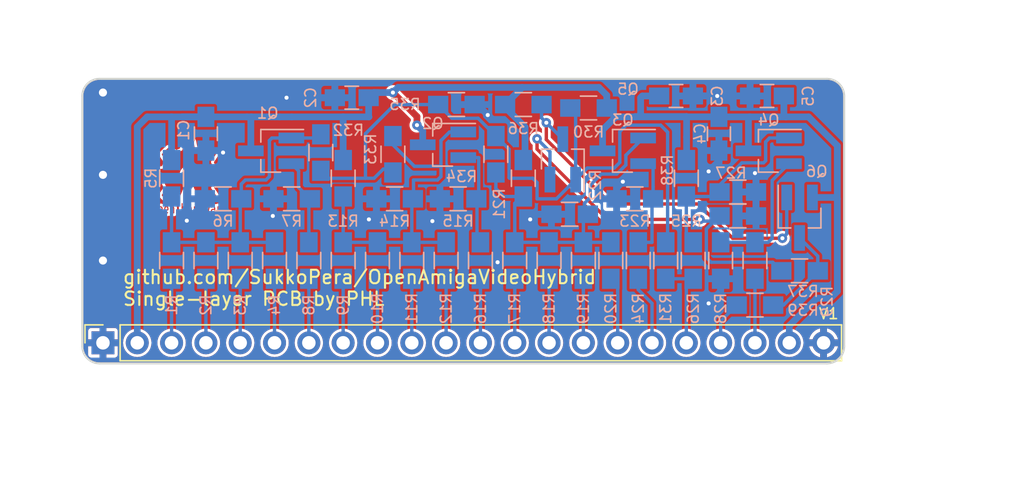
<source format=kicad_pcb>
(kicad_pcb (version 20221018) (generator pcbnew)
  (title_block (title "OpenAmigaVideoHybrid") (date "2018-07-20") (rev "1") (company "SukkoPera"))
  (layers (0 "F.Cu" mixed) (31 "B.Cu" mixed) (36 "B.SilkS" user "B.Silkscreen") (37 "F.SilkS" user "F.Silkscreen") (38 "B.Mask" user) (39 "F.Mask" user) (44 "Edge.Cuts" user))
  (net 0 "")
  (net 1 "VCC")
  (net 2 "GND")
  (net 3 "/dr3")
  (net 4 "/dr2")
  (net 5 "/dr1")
  (net 6 "/dr0")
  (net 7 "/red")
  (net 8 "/dg3")
  (net 9 "/dg2")
  (net 10 "/dg1")
  (net 11 "/dg0")
  (net 12 "/green")
  (net 13 "/db3")
  (net 14 "/db2")
  (net 15 "/db1")
  (net 16 "/db0")
  (net 17 "/blue")
  (net 18 "/csync")
  (net 19 "/comp")
  (net 20 "/sync")
  (net 21 "Net-(Q1-Pad1)")
  (net 22 "Net-(Q1-Pad2)")
  (net 23 "Net-(Q2-Pad1)")
  (net 24 "Net-(Q2-Pad2)")
  (net 25 "Net-(Q3-Pad1)")
  (net 26 "Net-(Q3-Pad2)")
  (net 27 "Net-(Q4-Pad1)")
  (net 28 "Net-(Q4-Pad2)")
  (net 29 "Net-(Q5-Pad1)")
  (net 30 "Net-(Q5-Pad2)")
  (net 31 "Net-(Q5-Pad3)")
  (net 32 "Net-(Q6-Pad3)")
  (footprint "w_logo:Logo_copper_OSHW_6x6mm" (layer "F.Cu") (at 125.73 111.76)
    (fp_text reference "J99" hide)
    (fp_text value "OSHW_LOGO" hide)
  )
  (footprint "Capacitors_SMD:C_0805_HandSoldering" (layer "B.Cu") (at 127 108.966 -90)
    (fp_text reference "C1")
    (fp_text value "100n")
  )
  (footprint "Capacitors_SMD:C_0805_HandSoldering" (layer "B.Cu") (at 137.795 106.299 180)
    (fp_text reference "C2")
    (fp_text value "100n")
  )
  (footprint "Capacitors_SMD:C_0805_HandSoldering" (layer "B.Cu") (at 161.798 106.172)
    (fp_text reference "C3")
    (fp_text value "100n")
  )
  (footprint "Capacitors_SMD:C_0805_HandSoldering" (layer "B.Cu") (at 164.973 108.966 -90)
    (fp_text reference "C4")
    (fp_text value "100n")
  )
  (footprint "Capacitors_SMD:C_0805_HandSoldering" (layer "B.Cu") (at 168.529 106.172 180)
    (fp_text reference "C5")
    (fp_text value "100n")
  )
  (footprint "Resistors_SMD:R_0805_HandSoldering" (layer "B.Cu") (at 124.46 118.364 -90)
    (fp_text reference "R1")
    (fp_text value "1k")
  )
  (footprint "Resistors_SMD:R_0805_HandSoldering" (layer "B.Cu") (at 127 118.364 -90)
    (fp_text reference "R2")
    (fp_text value "2k")
  )
  (footprint "Resistors_SMD:R_0805_HandSoldering" (layer "B.Cu") (at 129.54 118.364 -90)
    (fp_text reference "R3")
    (fp_text value "4k")
  )
  (footprint "Resistors_SMD:R_0805_HandSoldering" (layer "B.Cu") (at 132.08 118.364 -90)
    (fp_text reference "R4")
    (fp_text value "8k")
  )
  (footprint "Resistors_SMD:R_0805_HandSoldering" (layer "B.Cu") (at 124.46 112.268 -90)
    (fp_text reference "R5")
    (fp_text value "470")
  )
  (footprint "Resistors_SMD:R_0805_HandSoldering" (layer "B.Cu") (at 128.27 113.792 180)
    (fp_text reference "R6")
    (fp_text value "390")
  )
  (footprint "Resistors_SMD:R_0805_HandSoldering" (layer "B.Cu") (at 133.35 113.792 180)
    (fp_text reference "R7")
    (fp_text value "75")
  )
  (footprint "Resistors_SMD:R_0805_HandSoldering" (layer "B.Cu") (at 134.62 118.364 90)
    (fp_text reference "R8")
    (fp_text value "75")
  )
  (footprint "Resistors_SMD:R_0805_HandSoldering" (layer "B.Cu") (at 137.16 118.364 -90)
    (fp_text reference "R9")
    (fp_text value "1k")
  )
  (footprint "Resistors_SMD:R_0805_HandSoldering" (layer "B.Cu") (at 139.7 118.364 -90)
    (fp_text reference "R10")
    (fp_text value "2k")
  )
  (footprint "Resistors_SMD:R_0805_HandSoldering" (layer "B.Cu") (at 142.24 118.364 -90)
    (fp_text reference "R11")
    (fp_text value "4k")
  )
  (footprint "Resistors_SMD:R_0805_HandSoldering" (layer "B.Cu") (at 144.78 118.364 -90)
    (fp_text reference "R12")
    (fp_text value "8k")
  )
  (footprint "Resistors_SMD:R_0805_HandSoldering" (layer "B.Cu") (at 137.16 112.268 -90)
    (fp_text reference "R13")
    (fp_text value "470")
  )
  (footprint "Resistors_SMD:R_0805_HandSoldering" (layer "B.Cu") (at 140.97 113.792 180)
    (fp_text reference "R14")
    (fp_text value "390")
  )
  (footprint "Resistors_SMD:R_0805_HandSoldering" (layer "B.Cu") (at 145.669 113.792 180)
    (fp_text reference "R15")
    (fp_text value "75")
  )
  (footprint "Resistors_SMD:R_0805_HandSoldering" (layer "B.Cu") (at 147.32 118.364 90)
    (fp_text reference "R16")
    (fp_text value "75")
  )
  (footprint "Resistors_SMD:R_0805_HandSoldering" (layer "B.Cu") (at 149.86 118.364 -90)
    (fp_text reference "R17")
    (fp_text value "1k")
  )
  (footprint "Resistors_SMD:R_0805_HandSoldering" (layer "B.Cu") (at 152.4 118.364 -90)
    (fp_text reference "R18")
    (fp_text value "2k")
  )
  (footprint "Resistors_SMD:R_0805_HandSoldering" (layer "B.Cu") (at 154.94 118.364 -90)
    (fp_text reference "R19")
    (fp_text value "4k")
  )
  (footprint "Resistors_SMD:R_0805_HandSoldering" (layer "B.Cu") (at 156.972 118.364 -90)
    (fp_text reference "R20")
    (fp_text value "8k")
  )
  (footprint "Resistors_SMD:R_0805_HandSoldering" (layer "B.Cu") (at 150.495 112.268 -90)
    (fp_text reference "R21")
    (fp_text value "470")
  )
  (footprint "Resistors_SMD:R_0805_HandSoldering" (layer "B.Cu") (at 153.924 114.935 180)
    (fp_text reference "R22")
    (fp_text value "390")
  )
  (footprint "Resistors_SMD:R_0805_HandSoldering" (layer "B.Cu") (at 158.75 113.792 180)
    (fp_text reference "R23")
    (fp_text value "75")
  )
  (footprint "Resistors_SMD:R_0805_HandSoldering" (layer "B.Cu") (at 159.004 118.364 90)
    (fp_text reference "R24")
    (fp_text value "75")
  )
  (footprint "Resistors_SMD:R_0805_HandSoldering" (layer "B.Cu") (at 162.56 112.268 -90)
    (fp_text reference "R25")
    (fp_text value "1k")
  )
  (footprint "Resistors_SMD:R_0805_HandSoldering" (layer "B.Cu") (at 163.068 118.364 -90)
    (fp_text reference "R26")
    (fp_text value "220")
  )
  (footprint "Resistors_SMD:R_0805_HandSoldering" (layer "B.Cu") (at 166.37 113.284)
    (fp_text reference "R27")
    (fp_text value "27k")
  )
  (footprint "Resistors_SMD:R_0805_HandSoldering" (layer "B.Cu") (at 165.1 118.364 -90)
    (fp_text reference "R28")
    (fp_text value "150")
  )
  (footprint "Resistors_SMD:R_0805_HandSoldering" (layer "B.Cu") (at 167.64 118.364 90)
    (fp_text reference "R29")
    (fp_text value "75")
  )
  (footprint "Resistors_SMD:R_0805_HandSoldering" (layer "B.Cu") (at 155.321 107.061 180)
    (fp_text reference "R30")
    (fp_text value "90.9k")
  )
  (footprint "Resistors_SMD:R_0805_HandSoldering" (layer "B.Cu") (at 161.036 118.364 -90)
    (fp_text reference "R31")
    (fp_text value "37.4k")
  )
  (footprint "Resistors_SMD:R_0805_HandSoldering" (layer "B.Cu") (at 135.509 110.363 90)
    (fp_text reference "R32")
    (fp_text value "13.3k")
  )
  (footprint "Resistors_SMD:R_0805_HandSoldering" (layer "B.Cu") (at 140.843 110.49 90)
    (fp_text reference "R33")
    (fp_text value "6.04k")
  )
  (footprint "Resistors_SMD:R_0805_HandSoldering" (layer "B.Cu") (at 148.463 110.49 -90)
    (fp_text reference "R34")
    (fp_text value "37.4k")
  )
  (footprint "Resistors_SMD:R_0805_HandSoldering" (layer "B.Cu") (at 145.542 106.807)
    (fp_text reference "R35")
    (fp_text value "19.6k")
  )
  (footprint "Resistors_SMD:R_0805_HandSoldering" (layer "B.Cu") (at 150.495 106.807)
    (fp_text reference "R36")
    (fp_text value "220")
  )
  (footprint "Resistors_SMD:R_0805_HandSoldering" (layer "B.Cu") (at 170.942 119.126 180)
    (fp_text reference "R37")
    (fp_text value "36")
  )
  (footprint "Resistors_SMD:R_0805_HandSoldering" (layer "B.Cu") (at 166.37 115.062)
    (fp_text reference "R38")
    (fp_text value "36")
  )
  (footprint "Resistors_SMD:R_0805_HandSoldering" (layer "B.Cu") (at 167.64 121.666)
    (fp_text reference "R39")
    (fp_text value "75")
  )
  (footprint "OpenAmigaVideoHybrid:2N3904_2N3906_SOT-23" (layer "B.Cu") (at 131.826 110.236 180)
    (fp_text reference "Q1")
    (fp_text value "2N3904")
  )
  (footprint "OpenAmigaVideoHybrid:2N3904_2N3906_SOT-23" (layer "B.Cu") (at 144.55 109.789 180)
    (fp_text reference "Q2")
    (fp_text value "2N3904")
  )
  (footprint "OpenAmigaVideoHybrid:2N3904_2N3906_SOT-23" (layer "B.Cu") (at 157.861 110.236 180)
    (fp_text reference "Q3")
    (fp_text value "2N3904")
  )
  (footprint "OpenAmigaVideoHybrid:2N3904_2N3906_SOT-23" (layer "B.Cu") (at 168.656 110.236 180)
    (fp_text reference "Q4")
    (fp_text value "2N3904")
  )
  (footprint "OpenAmigaVideoHybrid:2N3904_2N3906_SOT-23" (layer "B.Cu") (at 153.416 110.871 90)
    (fp_text reference "Q5")
    (fp_text value "2N3904")
  )
  (footprint "OpenAmigaVideoHybrid:2N3904_2N3906_SOT-23" (layer "B.Cu") (at 170.942 115.189 -90)
    (fp_text reference "Q6")
    (fp_text value "2N3906")
  )
  (footprint "OpenAmigaVideoHybrid:Pin_Header_Straight_1x22_Pitch2.54mm" (layer "B.Cu") (at 119.38 124.46 -90)
    (fp_text reference "J1" hide)
    (fp_text value "Conn_01x22")
  )
  (gr_line (start 119.126 104.902) (end 172.974 104.902) (stroke (width 0.15)) (layer "Edge.Cuts"))
  (gr_line (start 117.856 124.714) (end 117.856 106.172) (stroke (width 0.15)) (layer "Edge.Cuts"))
  (gr_arc (start 172.974 104.902) (mid 173.872026 105.273974) (end 174.244 106.172) (stroke (width 0.15)) (layer "Edge.Cuts"))
  (gr_arc (start 174.244 124.714) (mid 173.872026 125.612026) (end 172.974 125.984) (stroke (width 0.15)) (layer "Edge.Cuts"))
  (gr_arc (start 117.856 106.172) (mid 118.227974 105.273974) (end 119.126 104.902) (stroke (width 0.15)) (layer "Edge.Cuts"))
  (gr_line (start 174.244 106.172) (end 174.244 124.714) (stroke (width 0.15)) (layer "Edge.Cuts"))
  (gr_line (start 172.974 125.984) (end 119.126 125.984) (stroke (width 0.15)) (layer "Edge.Cuts"))
  (gr_arc (start 119.126 125.984) (mid 118.227974 125.612026) (end 117.856 124.714) (stroke (width 0.15)) (layer "Edge.Cuts"))
  (gr_text "V1" (at 173.101 122.301) (layer "F.SilkS") (effects (font (size 0.8 0.8) (thickness 0.12))))
  (gr_text "github.com/SukkoPera/OpenAmigaVideoHybrid\nSingle-layer PCB by PHL" (at 120.777 120.396) (layer "F.SilkS") (effects (font (size 1 1)) (justify left)))
  (segment (start 140.843 105.918) (end 142.621 107.696) (width 0.5) (layer "F.Cu") (net 1))
  (segment (start 142.621 107.696) (end 142.621 108.331) (width 0.5) (layer "F.Cu") (net 1))
  (via (at 140.843 105.918) (size 0.7) (drill 0.3) (layers "F.Cu" "B.Cu") (net 1))
  (via (at 142.621 108.331) (size 0.7) (drill 0.3) (layers "F.Cu" "B.Cu") (net 1))
  (segment (start 137.16 110.918) (end 137.16 107.72) (width 0.5) (layer "B.Cu") (net 1))
  (segment (start 156.361 110.236) (end 156.361 108.688) (width 0.5) (layer "B.Cu") (net 1))
  (segment (start 160.548 106.172) (end 159.305 106.172) (width 0.5) (layer "B.Cu") (net 1))
  (segment (start 158.754 107.716) (end 158.75 107.72) (width 0.5) (layer "B.Cu") (net 1))
  (segment (start 130.3655 107.72) (end 132.45 107.72) (width 0.5) (layer "B.Cu") (net 1))
  (segment (start 167.156 110.236) (end 167.156 107.823) (width 0.5) (layer "B.Cu") (net 1))
  (segment (start 164.977 107.72) (end 164.973 107.716) (width 0.5) (layer "B.Cu") (net 1))
  (segment (start 156.083 105.537) (end 150.415 105.537) (width 0.5) (layer "B.Cu") (net 1))
  (segment (start 150.622 110.664) (end 150.622 108.482) (width 0.5) (layer "B.Cu") (net 1))
  (segment (start 162.58 110.898) (end 162.56 110.918) (width 0.5) (layer "B.Cu") (net 1))
  (segment (start 121.92 112.014) (end 121.92 110.998) (width 0.5) (layer "B.Cu") (net 1))
  (segment (start 150.415 105.537) (end 149.145 106.807) (width 0.5) (layer "B.Cu") (net 1))
  (segment (start 170.18 123.19) (end 170.18 124.46) (width 0.5) (layer "B.Cu") (net 1))
  (segment (start 132.45 107.72) (end 133.35 107.72) (width 0.5) (layer "B.Cu") (net 1))
  (segment (start 159.178 106.299) (end 159.178 107.522) (width 0.5) (layer "B.Cu") (net 1))
  (segment (start 143.05 109.789) (end 143.05 108.76) (width 0.5) (layer "B.Cu") (net 1))
  (segment (start 169.779 106.172) (end 169.779 107.573) (width 0.5) (layer "B.Cu") (net 1))
  (segment (start 130.048 107.72) (end 130.3655 107.72) (width 0.5) (layer "B.Cu") (net 1))
  (segment (start 159.305 106.172) (end 159.178 106.299) (width 0.5) (layer "B.Cu") (net 1))
  (segment (start 139.426 105.918) (end 139.045 106.299) (width 0.5) (layer "B.Cu") (net 1))
  (segment (start 172.212 121.158) (end 170.18 123.19) (width 0.5) (layer "B.Cu") (net 1))
  (segment (start 121.92 110.998) (end 121.92 108.458) (width 0.5) (layer "B.Cu") (net 1))
  (segment (start 156.671 106.125) (end 156.083 105.537) (width 0.5) (layer "B.Cu") (net 1))
  (segment (start 156.671 107.062) (end 157.329 107.72) (width 0.5) (layer "B.Cu") (net 1))
  (segment (start 133.35 107.72) (end 137.16 107.72) (width 0.5) (layer "B.Cu") (net 1))
  (segment (start 122.658 107.72) (end 124.46 107.72) (width 0.5) (layer "B.Cu") (net 1))
  (segment (start 150.368 110.918) (end 150.622 110.664) (width 0.5) (layer "B.Cu") (net 1))
  (segment (start 164.973 107.716) (end 158.754 107.716) (width 0.5) (layer "B.Cu") (net 1))
  (segment (start 156.671 107.061) (end 156.671 106.125) (width 0.5) (layer "B.Cu") (net 1))
  (segment (start 140.843 105.918) (end 139.426 105.918) (width 0.5) (layer "B.Cu") (net 1))
  (segment (start 171.892 113.689) (end 173.633 113.689) (width 0.5) (layer "B.Cu") (net 1))
  (segment (start 127 107.716) (end 125.2895 107.716) (width 0.5) (layer "B.Cu") (net 1))
  (segment (start 169.926 107.72) (end 171.601 107.72) (width 0.5) (layer "B.Cu") (net 1))
  (segment (start 158.774 107.696) (end 158.75 107.72) (width 0.5) (layer "B.Cu") (net 1))
  (segment (start 139.045 106.299) (end 139.045 107.7) (width 0.5) (layer "B.Cu") (net 1))
  (segment (start 173.736 113.792) (end 173.736 120.65) (width 0.5) (layer "B.Cu") (net 1))
  (segment (start 124.46 110.918) (end 124.46 107.72) (width 0.5) (layer "B.Cu") (net 1))
  (segment (start 159.004 107.696) (end 158.774 107.696) (width 0.5) (layer "B.Cu") (net 1))
  (segment (start 156.671 107.061) (end 156.671 107.062) (width 0.5) (layer "B.Cu") (net 1))
  (segment (start 137.16 107.72) (end 139.065 107.72) (width 0.5) (layer "B.Cu") (net 1))
  (segment (start 173.228 121.158) (end 172.212 121.158) (width 0.5) (layer "B.Cu") (net 1))
  (segment (start 173.633 113.689) (end 173.736 113.792) (width 0.5) (layer "B.Cu") (net 1))
  (segment (start 125.2855 107.72) (end 130.048 107.72) (width 0.5) (layer "B.Cu") (net 1))
  (segment (start 169.779 107.573) (end 169.926 107.72) (width 0.5) (layer "B.Cu") (net 1))
  (segment (start 173.736 120.65) (end 173.228 121.158) (width 0.5) (layer "B.Cu") (net 1))
  (segment (start 162.58 107.696) (end 162.58 109.22) (width 0.5) (layer "B.Cu") (net 1))
  (segment (start 141.224 105.537) (end 140.843 105.918) (width 0.5) (layer "B.Cu") (net 1))
  (segment (start 130.326 107.7595) (end 130.3655 107.72) (width 0.5) (layer "B.Cu") (net 1))
  (segment (start 139.045 107.7) (end 139.065 107.72) (width 0.5) (layer "B.Cu") (net 1))
  (segment (start 150.622 108.482) (end 149.145 107.005) (width 0.5) (layer "B.Cu") (net 1))
  (segment (start 171.601 107.72) (end 173.736 109.855) (width 0.5) (layer "B.Cu") (net 1))
  (segment (start 162.58 109.22) (end 162.58 110.898) (width 0.5) (layer "B.Cu") (net 1))
  (segment (start 162.58 107.696) (end 159.004 107.696) (width 0.5) (layer "B.Cu") (net 1))
  (segment (start 121.92 124.46) (end 121.92 112.014) (width 0.5) (layer "B.Cu") (net 1))
  (segment (start 157.329 107.72) (end 158.75 107.72) (width 0.5) (layer "B.Cu") (net 1))
  (segment (start 167.156 107.823) (end 167.259 107.72) (width 0.5) (layer "B.Cu") (net 1))
  (segment (start 124.46 107.72) (end 125.2855 107.72) (width 0.5) (layer "B.Cu") (net 1))
  (segment (start 173.736 109.855) (end 173.736 113.792) (width 0.5) (layer "B.Cu") (net 1))
  (segment (start 167.259 107.72) (end 164.977 107.72) (width 0.5) (layer "B.Cu") (net 1))
  (segment (start 130.326 110.236) (end 130.326 107.7595) (width 0.5) (layer "B.Cu") (net 1))
  (segment (start 125.2895 107.716) (end 125.2855 107.72) (width 0.5) (layer "B.Cu") (net 1))
  (segment (start 167.259 107.72) (end 169.926 107.72) (width 0.5) (layer "B.Cu") (net 1))
  (segment (start 149.145 107.005) (end 149.145 106.807) (width 0.5) (layer "B.Cu") (net 1))
  (segment (start 121.92 108.458) (end 122.658 107.72) (width 0.5) (layer "B.Cu") (net 1))
  (segment (start 156.361 108.688) (end 157.329 107.72) (width 0.5) (layer "B.Cu") (net 1))
  (segment (start 150.415 105.537) (end 141.224 105.537) (width 0.5) (layer "B.Cu") (net 1))
  (segment (start 143.05 108.76) (end 142.621 108.331) (width 0.5) (layer "B.Cu") (net 1))
  (segment (start 159.178 107.522) (end 159.004 107.696) (width 0.5) (layer "B.Cu") (net 1))
  (via (at 164.211 121.539) (size 0.7) (drill 0.3) (layers "F.Cu" "B.Cu") (net 2))
  (via (at 128.27 110.363) (size 0.7) (drill 0.3) (layers "F.Cu" "B.Cu") (net 2))
  (via (at 131.953 115.062) (size 0.7) (drill 0.3) (layers "F.Cu" "B.Cu") (net 2))
  (via (at 119.38 118.364) (size 0.8) (drill 0.6) (layers "F.Cu" "B.Cu") (net 2))
  (via (at 167.64 111.887) (size 0.7) (drill 0.3) (layers "F.Cu" "B.Cu") (net 2))
  (via (at 151.003 115.316) (size 0.7) (drill 0.3) (layers "F.Cu" "B.Cu") (net 2))
  (via (at 125.586496 115.41091) (size 0.7) (drill 0.3) (layers "F.Cu" "B.Cu") (net 2))
  (via (at 164.846 106.172) (size 0.7) (drill 0.3) (layers "F.Cu" "B.Cu") (net 2))
  (via (at 148.59 118.491) (size 0.7) (drill 0.3) (layers "F.Cu" "B.Cu") (net 2))
  (via (at 119.38 105.918) (size 0.8) (drill 0.6) (layers "F.Cu" "B.Cu") (net 2))
  (via (at 119.38 112.014) (size 0.8) (drill 0.6) (layers "F.Cu" "B.Cu") (net 2))
  (via (at 139.065 115.316) (size 0.7) (drill 0.3) (layers "F.Cu" "B.Cu") (net 2))
  (via (at 132.969 106.299) (size 0.7) (drill 0.3) (layers "F.Cu" "B.Cu") (net 2))
  (via (at 157.861 112.522) (size 0.7) (drill 0.3) (layers "F.Cu" "B.Cu") (net 2))
  (via (at 147.86042 107.584186) (size 0.7) (drill 0.3) (layers "F.Cu" "B.Cu") (net 2))
  (via (at 143.764 115.443) (size 0.7) (drill 0.3) (layers "F.Cu" "B.Cu") (net 2))
  (via (at 164.211 111.76) (size 0.7) (drill 0.3) (layers "F.Cu" "B.Cu") (net 2))
  (segment (start 139.62 114.126) (end 139.62 113.792) (width 0.5) (layer "B.Cu") (net 2))
  (segment (start 157.4 113.792) (end 157.4 112.983) (width 0.5) (layer "B.Cu") (net 2))
  (segment (start 132 115.015) (end 131.953 115.062) (width 0.5) (layer "B.Cu") (net 2))
  (segment (start 126.92 113.792) (end 126.92 114.077406) (width 0.5) (layer "B.Cu") (net 2))
  (segment (start 136.545 106.299) (end 132.969 106.299) (width 0.5) (layer "B.Cu") (net 2))
  (segment (start 147.083234 106.807) (end 147.86042 107.584186) (width 0.5) (layer "B.Cu") (net 2))
  (segment (start 157.4 112.983) (end 157.861 112.522) (width 0.5) (layer "B.Cu") (net 2))
  (segment (start 163.048 106.172) (end 164.846 106.172) (width 0.5) (layer "B.Cu") (net 2))
  (segment (start 119.38 123.11) (end 119.38 118.364) (width 0.5) (layer "B.Cu") (net 2))
  (segment (start 119.38 111.76) (end 119.38 105.918) (width 0.5) (layer "B.Cu") (net 2))
  (segment (start 146.892 106.807) (end 147.083234 106.807) (width 0.5) (layer "B.Cu") (net 2))
  (segment (start 139.62 113.792) (end 139.62 114.761) (width 0.5) (layer "B.Cu") (net 2))
  (segment (start 144.319 114.888) (end 143.764 115.443) (width 0.5) (layer "B.Cu") (net 2))
  (segment (start 167.72 111.967) (end 167.64 111.887) (width 0.5) (layer "B.Cu") (net 2))
  (segment (start 167.72 114.942) (end 168.094 115.316) (width 0.5) (layer "B.Cu") (net 2))
  (segment (start 167.72 113.284) (end 167.72 111.967) (width 0.5) (layer "B.Cu") (net 2))
  (segment (start 164.973 110.998) (end 164.973 110.216) (width 0.5) (layer "B.Cu") (net 2))
  (segment (start 119.38 118.364) (end 119.38 111.76) (width 0.5) (layer "B.Cu") (net 2))
  (segment (start 165.1 119.714) (end 165.1 120.65) (width 0.5) (layer "B.Cu") (net 2))
  (segment (start 144.319 113.792) (end 144.319 114.888) (width 0.5) (layer "B.Cu") (net 2))
  (segment (start 126.92 114.077406) (end 125.586496 115.41091) (width 0.5) (layer "B.Cu") (net 2))
  (segment (start 128.123 110.216) (end 128.27 110.363) (width 0.5) (layer "B.Cu") (net 2))
  (segment (start 139.62 114.761) (end 139.065 115.316) (width 0.5) (layer "B.Cu") (net 2))
  (segment (start 119.38 124.46) (end 119.38 123.11) (width 0.5) (layer "B.Cu") (net 2))
  (segment (start 127 110.216) (end 128.123 110.216) (width 0.5) (layer "B.Cu") (net 2))
  (segment (start 152.574 114.935) (end 151.384 114.935) (width 0.5) (layer "B.Cu") (net 2))
  (segment (start 165.1 120.65) (end 164.211 121.539) (width 0.5) (layer "B.Cu") (net 2))
  (segment (start 167.279 106.172) (end 164.846 106.172) (width 0.5) (layer "B.Cu") (net 2))
  (segment (start 164.211 111.76) (end 164.973 110.998) (width 0.5) (layer "B.Cu") (net 2))
  (segment (start 132 113.792) (end 132 115.015) (width 0.5) (layer "B.Cu") (net 2))
  (segment (start 151.384 114.935) (end 151.003 115.316) (width 0.5) (layer "B.Cu") (net 2))
  (segment (start 167.72 113.792) (end 167.72 114.942) (width 0.5) (layer "B.Cu") (net 2))
  (segment (start 124.46 119.968) (end 124.46 124.46) (width 0.25) (layer "B.Cu") (net 3))
  (segment (start 127 119.968) (end 127 124.46) (width 0.25) (layer "B.Cu") (net 4))
  (segment (start 129.54 119.968) (end 129.54 124.46) (width 0.25) (layer "B.Cu") (net 5))
  (segment (start 132.08 119.968) (end 132.08 124.46) (width 0.25) (layer "B.Cu") (net 6))
  (segment (start 134.62 119.968) (end 134.62 124.46) (width 0.25) (layer "B.Cu") (net 7))
  (segment (start 137.16 119.714) (end 137.16 124.46) (width 0.25) (layer "B.Cu") (net 8))
  (segment (start 139.7 119.968) (end 139.7 124.46) (width 0.25) (layer "B.Cu") (net 9))
  (segment (start 142.24 119.968) (end 142.24 124.46) (width 0.25) (layer "B.Cu") (net 10))
  (segment (start 144.78 119.714) (end 144.78 121.412) (width 0.25) (layer "B.Cu") (net 11))
  (segment (start 144.78 121.412) (end 144.78 124.46) (width 0.25) (layer "B.Cu") (net 11))
  (segment (start 144.78 120.968) (end 144.78 121.412) (width 0.25) (layer "B.Cu") (net 11))
  (segment (start 147.32 119.968) (end 147.32 124.46) (width 0.25) (layer "B.Cu") (net 12))
  (segment (start 149.86 121.412) (end 149.86 124.46) (width 0.25) (layer "B.Cu") (net 13))
  (segment (start 149.86 120.968) (end 149.86 121.412) (width 0.25) (layer "B.Cu") (net 13))
  (segment (start 149.86 119.714) (end 149.86 120.714) (width 0.25) (layer "B.Cu") (net 13))
  (segment (start 149.86 120.714) (end 149.86 121.412) (width 0.25) (layer "B.Cu") (net 13))
  (segment (start 152.4 119.968) (end 152.4 124.46) (width 0.25) (layer "B.Cu") (net 14))
  (segment (start 154.94 119.968) (end 154.94 124.46) (width 0.25) (layer "B.Cu") (net 15))
  (segment (start 157.48 121.412) (end 157.48 124.46) (width 0.25) (layer "B.Cu") (net 16))
  (segment (start 157.48 120.968) (end 157.48 121.412) (width 0.25) (layer "B.Cu") (net 16))
  (segment (start 157.48 119.714) (end 157.48 121.412) (width 0.25) (layer "B.Cu") (net 16))
  (segment (start 159.004 119.714) (end 159.004 120.523) (width 0.25) (layer "B.Cu") (net 17))
  (segment (start 159.004 120.523) (end 160.02 121.539) (width 0.25) (layer "B.Cu") (net 17))
  (segment (start 160.02 121.539) (end 160.02 124.46) (width 0.25) (layer "B.Cu") (net 17))
  (segment (start 162.56 119.968) (end 162.56 124.46) (width 0.25) (layer "B.Cu") (net 18))
  (segment (start 161.036 119.714) (end 162.941 119.714) (width 0.25) (layer "B.Cu") (net 18))
  (segment (start 165.1 122.856) (end 166.29 121.666) (width 0.25) (layer "B.Cu") (net 19))
  (segment (start 165.1 124.46) (end 165.1 122.856) (width 0.25) (layer "B.Cu") (net 19))
  (segment (start 167.64 124.46) (end 167.64 119.968) (width 0.25) (layer "B.Cu") (net 20))
  (segment (start 167.64 119.968) (end 167.56 119.888) (width 0.25) (layer "B.Cu") (net 20))
  (segment (start 134.62 117.014) (end 134.62 113.872) (width 0.25) (layer "B.Cu") (net 21))
  (segment (start 133.858 112.95) (end 133.858 111.718) (width 0.25) (layer "B.Cu") (net 21))
  (segment (start 134.7 113.792) (end 133.858 112.95) (width 0.25) (layer "B.Cu") (net 21))
  (segment (start 134.62 113.872) (end 134.7 113.792) (width 0.25) (layer "B.Cu") (net 21))
  (segment (start 133.858 111.718) (end 133.326 111.186) (width 0.25) (layer "B.Cu") (net 21))
  (segment (start 131.699 112.141) (end 131.699 109.474) (width 0.25) (layer "B.Cu") (net 22))
  (segment (start 124.46 117.014) (end 124.46 113.618) (width 0.25) (layer "B.Cu") (net 22))
  (segment (start 124.46 117.014) (end 127 117.014) (width 0.25) (layer "B.Cu") (net 22))
  (segment (start 129.54 117.014) (end 130.44 117.014) (width 0.25) (layer "B.Cu") (net 22))
  (segment (start 131.887 109.286) (end 133.326 109.286) (width 0.25) (layer "B.Cu") (net 22))
  (segment (start 131.699 109.474) (end 131.887 109.286) (width 0.25) (layer "B.Cu") (net 22))
  (segment (start 129.921 112.395) (end 131.445 112.395) (width 0.25) (layer "B.Cu") (net 22))
  (segment (start 127 117.014) (end 127.9 117.014) (width 0.25) (layer "B.Cu") (net 22))
  (segment (start 131.445 112.395) (end 131.699 112.141) (width 0.25) (layer "B.Cu") (net 22))
  (segment (start 129.54 117.014) (end 129.54 113.872) (width 0.25) (layer "B.Cu") (net 22))
  (segment (start 130.44 117.014) (end 132.08 117.014) (width 0.25) (layer "B.Cu") (net 22))
  (segment (start 135.6335 109.286) (end 135.636 109.2835) (width 0.25) (layer "B.Cu") (net 22))
  (segment (start 129.62 112.696) (end 129.921 112.395) (width 0.25) (layer "B.Cu") (net 22))
  (segment (start 129.62 113.792) (end 129.62 112.696) (width 0.25) (layer "B.Cu") (net 22))
  (segment (start 133.326 109.286) (end 135.6335 109.286) (width 0.25) (layer "B.Cu") (net 22))
  (segment (start 129.54 113.872) (end 129.62 113.792) (width 0.25) (layer "B.Cu") (net 22))
  (segment (start 127.9 117.014) (end 129.54 117.014) (width 0.25) (layer "B.Cu") (net 22))
  (segment (start 147.066 113.872) (end 147.193 113.745) (width 0.25) (layer "B.Cu") (net 23))
  (segment (start 147.193 110.739) (end 146.05 110.739) (width 0.25) (layer "B.Cu") (net 23))
  (segment (start 147.32 117.014) (end 147.066 116.76) (width 0.25) (layer "B.Cu") (net 23))
  (segment (start 147.066 116.76) (end 147.066 113.872) (width 0.25) (layer "B.Cu") (net 23))
  (segment (start 147.193 113.745) (end 147.193 110.739) (width 0.25) (layer "B.Cu") (net 23))
  (segment (start 142.24 113.872) (end 142.32 113.792) (width 0.25) (layer "B.Cu") (net 24))
  (segment (start 144.145 112.395) (end 144.399 112.141) (width 0.25) (layer "B.Cu") (net 24))
  (segment (start 142.24 117.014) (end 143.14 117.014) (width 0.25) (layer "B.Cu") (net 24))
  (segment (start 137.16 117.014) (end 138.06 117.014) (width 0.25) (layer "B.Cu") (net 24))
  (segment (start 143.14 117.014) (end 144.78 117.014) (width 0.25) (layer "B.Cu") (net 24))
  (segment (start 140.843 109.79) (end 142.432 111.379) (width 0.25) (layer "B.Cu") (net 24))
  (segment (start 137.16 117.014) (end 137.16 116.014) (width 0.25) (layer "B.Cu") (net 24))
  (segment (start 140.843 109.14) (end 140.843 109.79) (width 0.25) (layer "B.Cu") (net 24))
  (segment (start 142.367 113.745) (end 142.367 112.395) (width 0.25) (layer "B.Cu") (net 24))
  (segment (start 144.399 111.379) (end 144.399 109.474) (width 0.25) (layer "B.Cu") (net 24))
  (segment (start 142.24 117.014) (end 142.24 113.872) (width 0.25) (layer "B.Cu") (net 24))
  (segment (start 139.7 117.014) (end 140.6 117.014) (width 0.25) (layer "B.Cu") (net 24))
  (segment (start 142.367 112.395) (end 144.145 112.395) (width 0.25) (layer "B.Cu") (net 24))
  (segment (start 144.399 112.141) (end 144.399 111.379) (width 0.25) (layer "B.Cu") (net 24))
  (segment (start 144.399 109.474) (end 145.034 108.839) (width 0.25) (layer "B.Cu") (net 24))
  (segment (start 140.6 117.014) (end 142.24 117.014) (width 0.25) (layer "B.Cu") (net 24))
  (segment (start 145.034 108.839) (end 146.05 108.839) (width 0.25) (layer "B.Cu") (net 24))
  (segment (start 137.16 116.014) (end 137.16 113.618) (width 0.25) (layer "B.Cu") (net 24))
  (segment (start 142.432 111.379) (end 144.399 111.379) (width 0.25) (layer "B.Cu") (net 24))
  (segment (start 138.06 117.014) (end 139.7 117.014) (width 0.25) (layer "B.Cu") (net 24))
  (segment (start 142.32 113.792) (end 142.367 113.745) (width 0.25) (layer "B.Cu") (net 24))
  (segment (start 159.827 111.186) (end 160.1 111.459) (width 0.25) (layer "B.Cu") (net 25))
  (segment (start 160.02 117.014) (end 159.004 117.014) (width 0.25) (layer "B.Cu") (net 25))
  (segment (start 160.02 113.872) (end 160.1 113.792) (width 0.25) (layer "B.Cu") (net 25))
  (segment (start 160.1 111.459) (end 160.1 112.892) (width 0.25) (layer "B.Cu") (net 25))
  (segment (start 160.1 112.892) (end 160.1 113.792) (width 0.25) (layer "B.Cu") (net 25))
  (segment (start 160.02 117.014) (end 160.02 113.872) (width 0.25) (layer "B.Cu") (net 25))
  (segment (start 156.268 111.956) (end 157.412396 111.956) (width 0.25) (layer "B.Cu") (net 26))
  (segment (start 152.4 117.014) (end 149.86 117.014) (width 0.25) (layer "B.Cu") (net 26))
  (segment (start 154.94 117.014) (end 154.94 115.015) (width 0.25) (layer "B.Cu") (net 26))
  (segment (start 155.448 113.694) (end 155.448 112.776) (width 0.25) (layer "B.Cu") (net 26))
  (segment (start 148.463 111.84) (end 148.463 113.03) (width 0.25) (layer "B.Cu") (net 26))
  (segment (start 155.448 112.776) (end 156.268 111.956) (width 0.25) (layer "B.Cu") (net 26))
  (segment (start 149.86 114.126) (end 150.368 113.618) (width 0.25) (layer "B.Cu") (net 26))
  (segment (start 154.94 117.014) (end 152.4 117.014) (width 0.25) (layer "B.Cu") (net 26))
  (segment (start 158.086 111.282396) (end 158.086 110.561) (width 0.25) (layer "B.Cu") (net 26))
  (segment (start 158.086 110.561) (end 159.361 109.286) (width 0.25) (layer "B.Cu") (net 26))
  (segment (start 155.02 114.122) (end 155.448 113.694) (width 0.25) (layer "B.Cu") (net 26))
  (segment (start 157.412396 111.956) (end 158.086 111.282396) (width 0.25) (layer "B.Cu") (net 26))
  (segment (start 149.86 117.014) (end 149.86 114.126) (width 0.25) (layer "B.Cu") (net 26))
  (segment (start 148.463 113.03) (end 149.051 113.618) (width 0.25) (layer "B.Cu") (net 26))
  (segment (start 154.94 115.015) (end 155.02 114.935) (width 0.25) (layer "B.Cu") (net 26))
  (segment (start 149.051 113.618) (end 150.368 113.618) (width 0.25) (layer "B.Cu") (net 26))
  (segment (start 157.48 117.014) (end 154.94 117.014) (width 0.25) (layer "B.Cu") (net 26))
  (segment (start 155.02 114.935) (end 155.02 114.122) (width 0.25) (layer "B.Cu") (net 26))
  (segment (start 168.91 112.432) (end 170.156 111.186) (width 0.25) (layer "B.Cu") (net 27))
  (segment (start 167.64 117.014) (end 168.617 117.014) (width 0.25) (layer "B.Cu") (net 27))
  (segment (start 165.1 117.014) (end 167.64 117.014) (width 0.25) (layer "B.Cu") (net 27))
  (segment (start 168.617 117.014) (end 168.91 116.721) (width 0.25) (layer "B.Cu") (net 27))
  (segment (start 168.91 116.721) (end 168.91 112.432) (width 0.25) (layer "B.Cu") (net 27))
  (segment (start 165.02 112.776) (end 165.02 113.792) (width 0.25) (layer "B.Cu") (net 28))
  (segment (start 168.431 109.572) (end 168.431 110.969) (width 0.25) (layer "B.Cu") (net 28))
  (segment (start 162.56 117.014) (end 162.56 113.618) (width 0.25) (layer "B.Cu") (net 28))
  (segment (start 168.275 111.125) (end 166.671 111.125) (width 0.25) (layer "B.Cu") (net 28))
  (segment (start 168.431 110.969) (end 168.275 111.125) (width 0.25) (layer "B.Cu") (net 28))
  (segment (start 170.156 109.286) (end 168.717 109.286) (width 0.25) (layer "B.Cu") (net 28))
  (segment (start 162.56 113.618) (end 165.1 113.618) (width 0.25) (layer "B.Cu") (net 28))
  (segment (start 168.717 109.286) (end 168.431 109.572) (width 0.25) (layer "B.Cu") (net 28))
  (segment (start 166.671 111.125) (end 165.02 112.776) (width 0.25) (layer "B.Cu") (net 28))
  (segment (start 163.576 115.316) (end 156.718 115.316) (width 0.25) (layer "F.Cu") (net 29))
  (segment (start 151.511 110.109) (end 151.511 109.347) (width 0.25) (layer "F.Cu") (net 29))
  (segment (start 156.718 115.316) (end 151.511 110.109) (width 0.25) (layer "F.Cu") (net 29))
  (via (at 151.511 109.347) (size 0.7) (drill 0.3) (layers "F.Cu" "B.Cu") (net 29))
  (via (at 163.576 115.316) (size 0.7) (drill 0.3) (layers "F.Cu" "B.Cu") (net 29))
  (segment (start 163.703 115.443) (end 163.576 115.316) (width 0.25) (layer "B.Cu") (net 29))
  (segment (start 164.043 118.151) (end 164.043 116.021) (width 0.25) (layer "B.Cu") (net 29))
  (segment (start 164.621 115.443) (end 165.02 115.443) (width 0.25) (layer "B.Cu") (net 29))
  (segment (start 152.466 110.302) (end 152.466 112.371) (width 0.25) (layer "B.Cu") (net 29))
  (segment (start 165.02 115.443) (end 163.703 115.443) (width 0.25) (layer "B.Cu") (net 29))
  (segment (start 151.511 109.347) (end 152.466 110.302) (width 0.25) (layer "B.Cu") (net 29))
  (segment (start 169.592 119.126) (end 168.957 118.491) (width 0.25) (layer "B.Cu") (net 29))
  (segment (start 164.383 118.491) (end 164.043 118.151) (width 0.25) (layer "B.Cu") (net 29))
  (segment (start 164.043 116.021) (end 164.621 115.443) (width 0.25) (layer "B.Cu") (net 29))
  (segment (start 168.957 118.491) (end 164.383 118.491) (width 0.25) (layer "B.Cu") (net 29))
  (segment (start 155.231 111.506) (end 154.366 112.371) (width 0.25) (layer "B.Cu") (net 30))
  (segment (start 158.115 108.331) (end 157.636 108.81) (width 0.25) (layer "B.Cu") (net 30))
  (segment (start 149.438 110.115) (end 149.438 112.227) (width 0.25) (layer "B.Cu") (net 30))
  (segment (start 157.636 108.81) (end 157.636 111.096) (width 0.25) (layer "B.Cu") (net 30))
  (segment (start 138.811 112.268) (end 138.811 108.966) (width 0.25) (layer "B.Cu") (net 30))
  (segment (start 151.511 113.792) (end 152.945 113.792) (width 0.25) (layer "B.Cu") (net 30))
  (segment (start 148.463 109.14) (end 149.438 110.115) (width 0.25) (layer "B.Cu") (net 30))
  (segment (start 160.655 108.331) (end 158.115 108.331) (width 0.25) (layer "B.Cu") (net 30))
  (segment (start 140.843 111.586) (end 140.128 111.586) (width 0.25) (layer "B.Cu") (net 30))
  (segment (start 139.446 112.268) (end 138.811 112.268) (width 0.25) (layer "B.Cu") (net 30))
  (segment (start 136.064 112.268) (end 135.509 111.713) (width 0.25) (layer "B.Cu") (net 30))
  (segment (start 140.128 111.586) (end 139.446 112.268) (width 0.25) (layer "B.Cu") (net 30))
  (segment (start 151.511 112.584) (end 151.511 113.792) (width 0.25) (layer "B.Cu") (net 30))
  (segment (start 145.208 107.823) (end 147.146 107.823) (width 0.25) (layer "B.Cu") (net 30))
  (segment (start 149.438 112.227) (end 149.479 112.268) (width 0.25) (layer "B.Cu") (net 30))
  (segment (start 154.366 107.456) (end 154.366 112.371) (width 0.25) (layer "B.Cu") (net 30))
  (segment (start 153.971 107.061) (end 154.366 107.456) (width 0.25) (layer "B.Cu") (net 30))
  (segment (start 138.811 112.268) (end 136.064 112.268) (width 0.25) (layer "B.Cu") (net 30))
  (segment (start 161.175 116.875) (end 161.175 108.851) (width 0.25) (layer "B.Cu") (net 30))
  (segment (start 138.811 108.966) (end 140.97 106.807) (width 0.25) (layer "B.Cu") (net 30))
  (segment (start 144.192 106.807) (end 145.208 107.823) (width 0.25) (layer "B.Cu") (net 30))
  (segment (start 161.036 117.014) (end 161.175 116.875) (width 0.25) (layer "B.Cu") (net 30))
  (segment (start 152.945 113.792) (end 154.366 112.371) (width 0.25) (layer "B.Cu") (net 30))
  (segment (start 140.97 106.807) (end 144.192 106.807) (width 0.25) (layer "B.Cu") (net 30))
  (segment (start 157.636 111.096) (end 157.226 111.506) (width 0.25) (layer "B.Cu") (net 30))
  (segment (start 151.195 112.268) (end 151.511 112.584) (width 0.25) (layer "B.Cu") (net 30))
  (segment (start 149.479 112.268) (end 151.195 112.268) (width 0.25) (layer "B.Cu") (net 30))
  (segment (start 157.226 111.506) (end 155.231 111.506) (width 0.25) (layer "B.Cu") (net 30))
  (segment (start 161.175 108.851) (end 160.655 108.331) (width 0.25) (layer "B.Cu") (net 30))
  (segment (start 147.146 107.823) (end 148.463 109.14) (width 0.25) (layer "B.Cu") (net 30))
  (segment (start 156.972 114.173) (end 152.1975 109.3985) (width 0.25) (layer "F.Cu") (net 31))
  (segment (start 169.672 116.713) (end 165.989 116.713) (width 0.25) (layer "F.Cu") (net 31))
  (segment (start 163.449 114.173) (end 156.972 114.173) (width 0.25) (layer "F.Cu") (net 31))
  (segment (start 152.1975 109.3985) (end 152.1975 108.1525) (width 0.25) (layer "F.Cu") (net 31))
  (segment (start 165.989 116.713) (end 163.449 114.173) (width 0.25) (layer "F.Cu") (net 31))
  (via (at 169.672 116.713) (size 0.7) (drill 0.3) (layers "F.Cu" "B.Cu") (net 31))
  (via (at 152.1975 108.1525) (size 0.7) (drill 0.3) (layers "F.Cu" "B.Cu") (net 31))
  (segment (start 169.992 113.689) (end 169.992 116.393) (width 0.25) (layer "B.Cu") (net 31))
  (segment (start 151.845 106.807) (end 151.845 107.8) (width 0.25) (layer "B.Cu") (net 31))
  (segment (start 169.992 116.393) (end 169.672 116.713) (width 0.25) (layer "B.Cu") (net 31))
  (segment (start 152.1975 108.1525) (end 153.416 109.371) (width 0.25) (layer "B.Cu") (net 31))
  (segment (start 151.845 107.8) (end 152.1975 108.1525) (width 0.25) (layer "B.Cu") (net 31))
  (segment (start 169.752 121.666) (end 172.292 119.126) (width 0.25) (layer "B.Cu") (net 32))
  (segment (start 170.942 116.689) (end 172.292 118.039) (width 0.25) (layer "B.Cu") (net 32))
  (segment (start 172.292 118.039) (end 172.292 119.126) (width 0.25) (layer "B.Cu") (net 32))
  (segment (start 168.99 121.666) (end 169.752 121.666) (width 0.25) (layer "B.Cu") (net 32))
  (zone (net 2) (net_name "GND") (layer "F.Cu") (connect_pads (clearance 0.1)) (min_thickness 0.0254) (fill yes (thermal_gap 0.25) (thermal_bridge_width 0.508))
    (polygon (pts (xy 114.3 101.6) (xy 177.8 101.6) (xy 177.8 129.54) (xy 114.3 129.54)))
  )
  (zone (net 2) (net_name "GND") (layer "B.Cu") (connect_pads (clearance 0.1)) (min_thickness 0.0254) (fill yes (thermal_gap 0.25) (thermal_bridge_width 0.508))
    (polygon (pts (xy 111.76 99.06) (xy 180.34 99.06) (xy 180.34 132.08) (xy 111.76 132.08)))
  )
)
</source>
